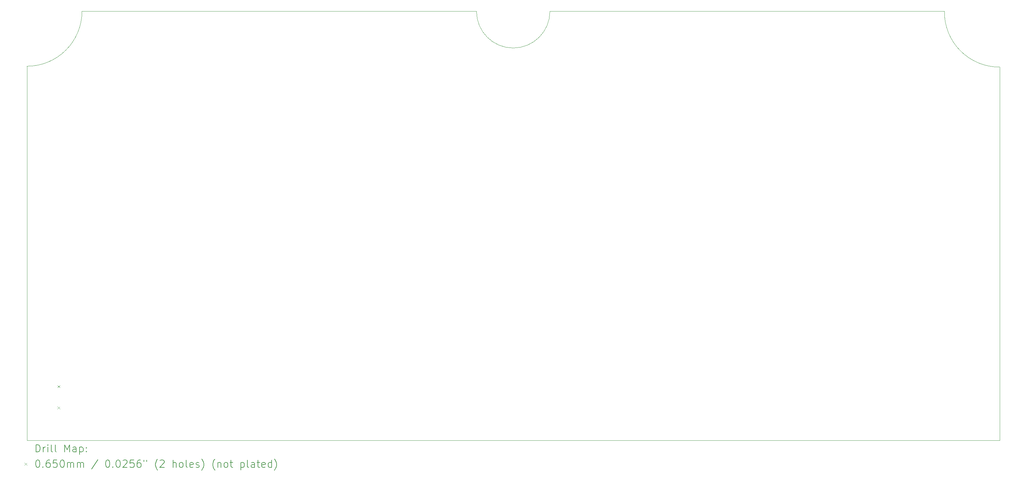
<source format=gbr>
%TF.GenerationSoftware,KiCad,Pcbnew,7.0.2*%
%TF.CreationDate,2024-04-07T22:34:42+02:00*%
%TF.ProjectId,stm_audio_board_V3,73746d5f-6175-4646-996f-5f626f617264,rev?*%
%TF.SameCoordinates,PXae813e0PY6f86320*%
%TF.FileFunction,Drillmap*%
%TF.FilePolarity,Positive*%
%FSLAX45Y45*%
G04 Gerber Fmt 4.5, Leading zero omitted, Abs format (unit mm)*
G04 Created by KiCad (PCBNEW 7.0.2) date 2024-04-07 22:34:42*
%MOMM*%
%LPD*%
G01*
G04 APERTURE LIST*
%ADD10C,0.010000*%
%ADD11C,0.200000*%
%ADD12C,0.065000*%
G04 APERTURE END LIST*
D10*
X-71160Y8604320D02*
X10675620Y8604320D01*
X10675759Y8604318D02*
G75*
G03*
X12180840Y7084060I1499801J-20328D01*
G01*
X-14320515Y-3095680D02*
X12180840Y-3095680D01*
X-2072160Y8604320D02*
X-12819160Y8604320D01*
X-14320515Y-3095680D02*
X-14320515Y7106871D01*
X-14320515Y7106871D02*
G75*
G03*
X-12819160Y8604320I1356J1500001D01*
G01*
X-2072160Y8604320D02*
G75*
G03*
X-71160Y8604320I1000500J0D01*
G01*
X12180840Y-3095680D02*
X12180840Y7084060D01*
D11*
D12*
X-13486460Y-1591840D02*
X-13421460Y-1656840D01*
X-13421460Y-1591840D02*
X-13486460Y-1656840D01*
X-13486460Y-2169840D02*
X-13421460Y-2234840D01*
X-13421460Y-2169840D02*
X-13486460Y-2234840D01*
D11*
X-14073396Y-3408704D02*
X-14073396Y-3208704D01*
X-14073396Y-3208704D02*
X-14025777Y-3208704D01*
X-14025777Y-3208704D02*
X-13997206Y-3218228D01*
X-13997206Y-3218228D02*
X-13978158Y-3237275D01*
X-13978158Y-3237275D02*
X-13968635Y-3256323D01*
X-13968635Y-3256323D02*
X-13959111Y-3294418D01*
X-13959111Y-3294418D02*
X-13959111Y-3322989D01*
X-13959111Y-3322989D02*
X-13968635Y-3361085D01*
X-13968635Y-3361085D02*
X-13978158Y-3380132D01*
X-13978158Y-3380132D02*
X-13997206Y-3399180D01*
X-13997206Y-3399180D02*
X-14025777Y-3408704D01*
X-14025777Y-3408704D02*
X-14073396Y-3408704D01*
X-13873396Y-3408704D02*
X-13873396Y-3275370D01*
X-13873396Y-3313466D02*
X-13863873Y-3294418D01*
X-13863873Y-3294418D02*
X-13854349Y-3284894D01*
X-13854349Y-3284894D02*
X-13835301Y-3275370D01*
X-13835301Y-3275370D02*
X-13816254Y-3275370D01*
X-13749587Y-3408704D02*
X-13749587Y-3275370D01*
X-13749587Y-3208704D02*
X-13759111Y-3218228D01*
X-13759111Y-3218228D02*
X-13749587Y-3227751D01*
X-13749587Y-3227751D02*
X-13740063Y-3218228D01*
X-13740063Y-3218228D02*
X-13749587Y-3208704D01*
X-13749587Y-3208704D02*
X-13749587Y-3227751D01*
X-13625777Y-3408704D02*
X-13644825Y-3399180D01*
X-13644825Y-3399180D02*
X-13654349Y-3380132D01*
X-13654349Y-3380132D02*
X-13654349Y-3208704D01*
X-13521016Y-3408704D02*
X-13540063Y-3399180D01*
X-13540063Y-3399180D02*
X-13549587Y-3380132D01*
X-13549587Y-3380132D02*
X-13549587Y-3208704D01*
X-13292444Y-3408704D02*
X-13292444Y-3208704D01*
X-13292444Y-3208704D02*
X-13225777Y-3351561D01*
X-13225777Y-3351561D02*
X-13159111Y-3208704D01*
X-13159111Y-3208704D02*
X-13159111Y-3408704D01*
X-12978158Y-3408704D02*
X-12978158Y-3303942D01*
X-12978158Y-3303942D02*
X-12987682Y-3284894D01*
X-12987682Y-3284894D02*
X-13006730Y-3275370D01*
X-13006730Y-3275370D02*
X-13044825Y-3275370D01*
X-13044825Y-3275370D02*
X-13063873Y-3284894D01*
X-12978158Y-3399180D02*
X-12997206Y-3408704D01*
X-12997206Y-3408704D02*
X-13044825Y-3408704D01*
X-13044825Y-3408704D02*
X-13063873Y-3399180D01*
X-13063873Y-3399180D02*
X-13073396Y-3380132D01*
X-13073396Y-3380132D02*
X-13073396Y-3361085D01*
X-13073396Y-3361085D02*
X-13063873Y-3342037D01*
X-13063873Y-3342037D02*
X-13044825Y-3332513D01*
X-13044825Y-3332513D02*
X-12997206Y-3332513D01*
X-12997206Y-3332513D02*
X-12978158Y-3322989D01*
X-12882920Y-3275370D02*
X-12882920Y-3475370D01*
X-12882920Y-3284894D02*
X-12863873Y-3275370D01*
X-12863873Y-3275370D02*
X-12825777Y-3275370D01*
X-12825777Y-3275370D02*
X-12806730Y-3284894D01*
X-12806730Y-3284894D02*
X-12797206Y-3294418D01*
X-12797206Y-3294418D02*
X-12787682Y-3313466D01*
X-12787682Y-3313466D02*
X-12787682Y-3370608D01*
X-12787682Y-3370608D02*
X-12797206Y-3389656D01*
X-12797206Y-3389656D02*
X-12806730Y-3399180D01*
X-12806730Y-3399180D02*
X-12825777Y-3408704D01*
X-12825777Y-3408704D02*
X-12863873Y-3408704D01*
X-12863873Y-3408704D02*
X-12882920Y-3399180D01*
X-12701968Y-3389656D02*
X-12692444Y-3399180D01*
X-12692444Y-3399180D02*
X-12701968Y-3408704D01*
X-12701968Y-3408704D02*
X-12711492Y-3399180D01*
X-12711492Y-3399180D02*
X-12701968Y-3389656D01*
X-12701968Y-3389656D02*
X-12701968Y-3408704D01*
X-12701968Y-3284894D02*
X-12692444Y-3294418D01*
X-12692444Y-3294418D02*
X-12701968Y-3303942D01*
X-12701968Y-3303942D02*
X-12711492Y-3294418D01*
X-12711492Y-3294418D02*
X-12701968Y-3284894D01*
X-12701968Y-3284894D02*
X-12701968Y-3303942D01*
D12*
X-14386015Y-3703680D02*
X-14321015Y-3768680D01*
X-14321015Y-3703680D02*
X-14386015Y-3768680D01*
D11*
X-14035301Y-3628704D02*
X-14016254Y-3628704D01*
X-14016254Y-3628704D02*
X-13997206Y-3638228D01*
X-13997206Y-3638228D02*
X-13987682Y-3647751D01*
X-13987682Y-3647751D02*
X-13978158Y-3666799D01*
X-13978158Y-3666799D02*
X-13968635Y-3704894D01*
X-13968635Y-3704894D02*
X-13968635Y-3752513D01*
X-13968635Y-3752513D02*
X-13978158Y-3790608D01*
X-13978158Y-3790608D02*
X-13987682Y-3809656D01*
X-13987682Y-3809656D02*
X-13997206Y-3819180D01*
X-13997206Y-3819180D02*
X-14016254Y-3828704D01*
X-14016254Y-3828704D02*
X-14035301Y-3828704D01*
X-14035301Y-3828704D02*
X-14054349Y-3819180D01*
X-14054349Y-3819180D02*
X-14063873Y-3809656D01*
X-14063873Y-3809656D02*
X-14073396Y-3790608D01*
X-14073396Y-3790608D02*
X-14082920Y-3752513D01*
X-14082920Y-3752513D02*
X-14082920Y-3704894D01*
X-14082920Y-3704894D02*
X-14073396Y-3666799D01*
X-14073396Y-3666799D02*
X-14063873Y-3647751D01*
X-14063873Y-3647751D02*
X-14054349Y-3638228D01*
X-14054349Y-3638228D02*
X-14035301Y-3628704D01*
X-13882920Y-3809656D02*
X-13873396Y-3819180D01*
X-13873396Y-3819180D02*
X-13882920Y-3828704D01*
X-13882920Y-3828704D02*
X-13892444Y-3819180D01*
X-13892444Y-3819180D02*
X-13882920Y-3809656D01*
X-13882920Y-3809656D02*
X-13882920Y-3828704D01*
X-13701968Y-3628704D02*
X-13740063Y-3628704D01*
X-13740063Y-3628704D02*
X-13759111Y-3638228D01*
X-13759111Y-3638228D02*
X-13768635Y-3647751D01*
X-13768635Y-3647751D02*
X-13787682Y-3676323D01*
X-13787682Y-3676323D02*
X-13797206Y-3714418D01*
X-13797206Y-3714418D02*
X-13797206Y-3790608D01*
X-13797206Y-3790608D02*
X-13787682Y-3809656D01*
X-13787682Y-3809656D02*
X-13778158Y-3819180D01*
X-13778158Y-3819180D02*
X-13759111Y-3828704D01*
X-13759111Y-3828704D02*
X-13721015Y-3828704D01*
X-13721015Y-3828704D02*
X-13701968Y-3819180D01*
X-13701968Y-3819180D02*
X-13692444Y-3809656D01*
X-13692444Y-3809656D02*
X-13682920Y-3790608D01*
X-13682920Y-3790608D02*
X-13682920Y-3742989D01*
X-13682920Y-3742989D02*
X-13692444Y-3723942D01*
X-13692444Y-3723942D02*
X-13701968Y-3714418D01*
X-13701968Y-3714418D02*
X-13721015Y-3704894D01*
X-13721015Y-3704894D02*
X-13759111Y-3704894D01*
X-13759111Y-3704894D02*
X-13778158Y-3714418D01*
X-13778158Y-3714418D02*
X-13787682Y-3723942D01*
X-13787682Y-3723942D02*
X-13797206Y-3742989D01*
X-13501968Y-3628704D02*
X-13597206Y-3628704D01*
X-13597206Y-3628704D02*
X-13606730Y-3723942D01*
X-13606730Y-3723942D02*
X-13597206Y-3714418D01*
X-13597206Y-3714418D02*
X-13578158Y-3704894D01*
X-13578158Y-3704894D02*
X-13530539Y-3704894D01*
X-13530539Y-3704894D02*
X-13511492Y-3714418D01*
X-13511492Y-3714418D02*
X-13501968Y-3723942D01*
X-13501968Y-3723942D02*
X-13492444Y-3742989D01*
X-13492444Y-3742989D02*
X-13492444Y-3790608D01*
X-13492444Y-3790608D02*
X-13501968Y-3809656D01*
X-13501968Y-3809656D02*
X-13511492Y-3819180D01*
X-13511492Y-3819180D02*
X-13530539Y-3828704D01*
X-13530539Y-3828704D02*
X-13578158Y-3828704D01*
X-13578158Y-3828704D02*
X-13597206Y-3819180D01*
X-13597206Y-3819180D02*
X-13606730Y-3809656D01*
X-13368635Y-3628704D02*
X-13349587Y-3628704D01*
X-13349587Y-3628704D02*
X-13330539Y-3638228D01*
X-13330539Y-3638228D02*
X-13321015Y-3647751D01*
X-13321015Y-3647751D02*
X-13311492Y-3666799D01*
X-13311492Y-3666799D02*
X-13301968Y-3704894D01*
X-13301968Y-3704894D02*
X-13301968Y-3752513D01*
X-13301968Y-3752513D02*
X-13311492Y-3790608D01*
X-13311492Y-3790608D02*
X-13321015Y-3809656D01*
X-13321015Y-3809656D02*
X-13330539Y-3819180D01*
X-13330539Y-3819180D02*
X-13349587Y-3828704D01*
X-13349587Y-3828704D02*
X-13368635Y-3828704D01*
X-13368635Y-3828704D02*
X-13387682Y-3819180D01*
X-13387682Y-3819180D02*
X-13397206Y-3809656D01*
X-13397206Y-3809656D02*
X-13406730Y-3790608D01*
X-13406730Y-3790608D02*
X-13416254Y-3752513D01*
X-13416254Y-3752513D02*
X-13416254Y-3704894D01*
X-13416254Y-3704894D02*
X-13406730Y-3666799D01*
X-13406730Y-3666799D02*
X-13397206Y-3647751D01*
X-13397206Y-3647751D02*
X-13387682Y-3638228D01*
X-13387682Y-3638228D02*
X-13368635Y-3628704D01*
X-13216254Y-3828704D02*
X-13216254Y-3695370D01*
X-13216254Y-3714418D02*
X-13206730Y-3704894D01*
X-13206730Y-3704894D02*
X-13187682Y-3695370D01*
X-13187682Y-3695370D02*
X-13159111Y-3695370D01*
X-13159111Y-3695370D02*
X-13140063Y-3704894D01*
X-13140063Y-3704894D02*
X-13130539Y-3723942D01*
X-13130539Y-3723942D02*
X-13130539Y-3828704D01*
X-13130539Y-3723942D02*
X-13121015Y-3704894D01*
X-13121015Y-3704894D02*
X-13101968Y-3695370D01*
X-13101968Y-3695370D02*
X-13073396Y-3695370D01*
X-13073396Y-3695370D02*
X-13054349Y-3704894D01*
X-13054349Y-3704894D02*
X-13044825Y-3723942D01*
X-13044825Y-3723942D02*
X-13044825Y-3828704D01*
X-12949587Y-3828704D02*
X-12949587Y-3695370D01*
X-12949587Y-3714418D02*
X-12940063Y-3704894D01*
X-12940063Y-3704894D02*
X-12921015Y-3695370D01*
X-12921015Y-3695370D02*
X-12892444Y-3695370D01*
X-12892444Y-3695370D02*
X-12873396Y-3704894D01*
X-12873396Y-3704894D02*
X-12863873Y-3723942D01*
X-12863873Y-3723942D02*
X-12863873Y-3828704D01*
X-12863873Y-3723942D02*
X-12854349Y-3704894D01*
X-12854349Y-3704894D02*
X-12835301Y-3695370D01*
X-12835301Y-3695370D02*
X-12806730Y-3695370D01*
X-12806730Y-3695370D02*
X-12787682Y-3704894D01*
X-12787682Y-3704894D02*
X-12778158Y-3723942D01*
X-12778158Y-3723942D02*
X-12778158Y-3828704D01*
X-12387682Y-3619180D02*
X-12559111Y-3876323D01*
X-12130539Y-3628704D02*
X-12111491Y-3628704D01*
X-12111491Y-3628704D02*
X-12092444Y-3638228D01*
X-12092444Y-3638228D02*
X-12082920Y-3647751D01*
X-12082920Y-3647751D02*
X-12073396Y-3666799D01*
X-12073396Y-3666799D02*
X-12063872Y-3704894D01*
X-12063872Y-3704894D02*
X-12063872Y-3752513D01*
X-12063872Y-3752513D02*
X-12073396Y-3790608D01*
X-12073396Y-3790608D02*
X-12082920Y-3809656D01*
X-12082920Y-3809656D02*
X-12092444Y-3819180D01*
X-12092444Y-3819180D02*
X-12111491Y-3828704D01*
X-12111491Y-3828704D02*
X-12130539Y-3828704D01*
X-12130539Y-3828704D02*
X-12149587Y-3819180D01*
X-12149587Y-3819180D02*
X-12159111Y-3809656D01*
X-12159111Y-3809656D02*
X-12168634Y-3790608D01*
X-12168634Y-3790608D02*
X-12178158Y-3752513D01*
X-12178158Y-3752513D02*
X-12178158Y-3704894D01*
X-12178158Y-3704894D02*
X-12168634Y-3666799D01*
X-12168634Y-3666799D02*
X-12159111Y-3647751D01*
X-12159111Y-3647751D02*
X-12149587Y-3638228D01*
X-12149587Y-3638228D02*
X-12130539Y-3628704D01*
X-11978158Y-3809656D02*
X-11968634Y-3819180D01*
X-11968634Y-3819180D02*
X-11978158Y-3828704D01*
X-11978158Y-3828704D02*
X-11987682Y-3819180D01*
X-11987682Y-3819180D02*
X-11978158Y-3809656D01*
X-11978158Y-3809656D02*
X-11978158Y-3828704D01*
X-11844825Y-3628704D02*
X-11825777Y-3628704D01*
X-11825777Y-3628704D02*
X-11806730Y-3638228D01*
X-11806730Y-3638228D02*
X-11797206Y-3647751D01*
X-11797206Y-3647751D02*
X-11787682Y-3666799D01*
X-11787682Y-3666799D02*
X-11778158Y-3704894D01*
X-11778158Y-3704894D02*
X-11778158Y-3752513D01*
X-11778158Y-3752513D02*
X-11787682Y-3790608D01*
X-11787682Y-3790608D02*
X-11797206Y-3809656D01*
X-11797206Y-3809656D02*
X-11806730Y-3819180D01*
X-11806730Y-3819180D02*
X-11825777Y-3828704D01*
X-11825777Y-3828704D02*
X-11844825Y-3828704D01*
X-11844825Y-3828704D02*
X-11863872Y-3819180D01*
X-11863872Y-3819180D02*
X-11873396Y-3809656D01*
X-11873396Y-3809656D02*
X-11882920Y-3790608D01*
X-11882920Y-3790608D02*
X-11892444Y-3752513D01*
X-11892444Y-3752513D02*
X-11892444Y-3704894D01*
X-11892444Y-3704894D02*
X-11882920Y-3666799D01*
X-11882920Y-3666799D02*
X-11873396Y-3647751D01*
X-11873396Y-3647751D02*
X-11863872Y-3638228D01*
X-11863872Y-3638228D02*
X-11844825Y-3628704D01*
X-11701968Y-3647751D02*
X-11692444Y-3638228D01*
X-11692444Y-3638228D02*
X-11673396Y-3628704D01*
X-11673396Y-3628704D02*
X-11625777Y-3628704D01*
X-11625777Y-3628704D02*
X-11606730Y-3638228D01*
X-11606730Y-3638228D02*
X-11597206Y-3647751D01*
X-11597206Y-3647751D02*
X-11587682Y-3666799D01*
X-11587682Y-3666799D02*
X-11587682Y-3685847D01*
X-11587682Y-3685847D02*
X-11597206Y-3714418D01*
X-11597206Y-3714418D02*
X-11711491Y-3828704D01*
X-11711491Y-3828704D02*
X-11587682Y-3828704D01*
X-11406730Y-3628704D02*
X-11501968Y-3628704D01*
X-11501968Y-3628704D02*
X-11511491Y-3723942D01*
X-11511491Y-3723942D02*
X-11501968Y-3714418D01*
X-11501968Y-3714418D02*
X-11482920Y-3704894D01*
X-11482920Y-3704894D02*
X-11435301Y-3704894D01*
X-11435301Y-3704894D02*
X-11416253Y-3714418D01*
X-11416253Y-3714418D02*
X-11406730Y-3723942D01*
X-11406730Y-3723942D02*
X-11397206Y-3742989D01*
X-11397206Y-3742989D02*
X-11397206Y-3790608D01*
X-11397206Y-3790608D02*
X-11406730Y-3809656D01*
X-11406730Y-3809656D02*
X-11416253Y-3819180D01*
X-11416253Y-3819180D02*
X-11435301Y-3828704D01*
X-11435301Y-3828704D02*
X-11482920Y-3828704D01*
X-11482920Y-3828704D02*
X-11501968Y-3819180D01*
X-11501968Y-3819180D02*
X-11511491Y-3809656D01*
X-11225777Y-3628704D02*
X-11263872Y-3628704D01*
X-11263872Y-3628704D02*
X-11282920Y-3638228D01*
X-11282920Y-3638228D02*
X-11292444Y-3647751D01*
X-11292444Y-3647751D02*
X-11311491Y-3676323D01*
X-11311491Y-3676323D02*
X-11321015Y-3714418D01*
X-11321015Y-3714418D02*
X-11321015Y-3790608D01*
X-11321015Y-3790608D02*
X-11311491Y-3809656D01*
X-11311491Y-3809656D02*
X-11301968Y-3819180D01*
X-11301968Y-3819180D02*
X-11282920Y-3828704D01*
X-11282920Y-3828704D02*
X-11244825Y-3828704D01*
X-11244825Y-3828704D02*
X-11225777Y-3819180D01*
X-11225777Y-3819180D02*
X-11216253Y-3809656D01*
X-11216253Y-3809656D02*
X-11206730Y-3790608D01*
X-11206730Y-3790608D02*
X-11206730Y-3742989D01*
X-11206730Y-3742989D02*
X-11216253Y-3723942D01*
X-11216253Y-3723942D02*
X-11225777Y-3714418D01*
X-11225777Y-3714418D02*
X-11244825Y-3704894D01*
X-11244825Y-3704894D02*
X-11282920Y-3704894D01*
X-11282920Y-3704894D02*
X-11301968Y-3714418D01*
X-11301968Y-3714418D02*
X-11311491Y-3723942D01*
X-11311491Y-3723942D02*
X-11321015Y-3742989D01*
X-11130539Y-3628704D02*
X-11130539Y-3666799D01*
X-11054349Y-3628704D02*
X-11054349Y-3666799D01*
X-10759110Y-3904894D02*
X-10768634Y-3895370D01*
X-10768634Y-3895370D02*
X-10787682Y-3866799D01*
X-10787682Y-3866799D02*
X-10797206Y-3847751D01*
X-10797206Y-3847751D02*
X-10806730Y-3819180D01*
X-10806730Y-3819180D02*
X-10816253Y-3771561D01*
X-10816253Y-3771561D02*
X-10816253Y-3733466D01*
X-10816253Y-3733466D02*
X-10806730Y-3685847D01*
X-10806730Y-3685847D02*
X-10797206Y-3657275D01*
X-10797206Y-3657275D02*
X-10787682Y-3638228D01*
X-10787682Y-3638228D02*
X-10768634Y-3609656D01*
X-10768634Y-3609656D02*
X-10759110Y-3600132D01*
X-10692444Y-3647751D02*
X-10682920Y-3638228D01*
X-10682920Y-3638228D02*
X-10663872Y-3628704D01*
X-10663872Y-3628704D02*
X-10616253Y-3628704D01*
X-10616253Y-3628704D02*
X-10597206Y-3638228D01*
X-10597206Y-3638228D02*
X-10587682Y-3647751D01*
X-10587682Y-3647751D02*
X-10578158Y-3666799D01*
X-10578158Y-3666799D02*
X-10578158Y-3685847D01*
X-10578158Y-3685847D02*
X-10587682Y-3714418D01*
X-10587682Y-3714418D02*
X-10701968Y-3828704D01*
X-10701968Y-3828704D02*
X-10578158Y-3828704D01*
X-10340063Y-3828704D02*
X-10340063Y-3628704D01*
X-10254349Y-3828704D02*
X-10254349Y-3723942D01*
X-10254349Y-3723942D02*
X-10263872Y-3704894D01*
X-10263872Y-3704894D02*
X-10282920Y-3695370D01*
X-10282920Y-3695370D02*
X-10311491Y-3695370D01*
X-10311491Y-3695370D02*
X-10330539Y-3704894D01*
X-10330539Y-3704894D02*
X-10340063Y-3714418D01*
X-10130539Y-3828704D02*
X-10149587Y-3819180D01*
X-10149587Y-3819180D02*
X-10159110Y-3809656D01*
X-10159110Y-3809656D02*
X-10168634Y-3790608D01*
X-10168634Y-3790608D02*
X-10168634Y-3733466D01*
X-10168634Y-3733466D02*
X-10159110Y-3714418D01*
X-10159110Y-3714418D02*
X-10149587Y-3704894D01*
X-10149587Y-3704894D02*
X-10130539Y-3695370D01*
X-10130539Y-3695370D02*
X-10101968Y-3695370D01*
X-10101968Y-3695370D02*
X-10082920Y-3704894D01*
X-10082920Y-3704894D02*
X-10073396Y-3714418D01*
X-10073396Y-3714418D02*
X-10063872Y-3733466D01*
X-10063872Y-3733466D02*
X-10063872Y-3790608D01*
X-10063872Y-3790608D02*
X-10073396Y-3809656D01*
X-10073396Y-3809656D02*
X-10082920Y-3819180D01*
X-10082920Y-3819180D02*
X-10101968Y-3828704D01*
X-10101968Y-3828704D02*
X-10130539Y-3828704D01*
X-9949587Y-3828704D02*
X-9968634Y-3819180D01*
X-9968634Y-3819180D02*
X-9978158Y-3800132D01*
X-9978158Y-3800132D02*
X-9978158Y-3628704D01*
X-9797206Y-3819180D02*
X-9816253Y-3828704D01*
X-9816253Y-3828704D02*
X-9854349Y-3828704D01*
X-9854349Y-3828704D02*
X-9873396Y-3819180D01*
X-9873396Y-3819180D02*
X-9882920Y-3800132D01*
X-9882920Y-3800132D02*
X-9882920Y-3723942D01*
X-9882920Y-3723942D02*
X-9873396Y-3704894D01*
X-9873396Y-3704894D02*
X-9854349Y-3695370D01*
X-9854349Y-3695370D02*
X-9816253Y-3695370D01*
X-9816253Y-3695370D02*
X-9797206Y-3704894D01*
X-9797206Y-3704894D02*
X-9787682Y-3723942D01*
X-9787682Y-3723942D02*
X-9787682Y-3742989D01*
X-9787682Y-3742989D02*
X-9882920Y-3762037D01*
X-9711491Y-3819180D02*
X-9692444Y-3828704D01*
X-9692444Y-3828704D02*
X-9654349Y-3828704D01*
X-9654349Y-3828704D02*
X-9635301Y-3819180D01*
X-9635301Y-3819180D02*
X-9625777Y-3800132D01*
X-9625777Y-3800132D02*
X-9625777Y-3790608D01*
X-9625777Y-3790608D02*
X-9635301Y-3771561D01*
X-9635301Y-3771561D02*
X-9654349Y-3762037D01*
X-9654349Y-3762037D02*
X-9682920Y-3762037D01*
X-9682920Y-3762037D02*
X-9701968Y-3752513D01*
X-9701968Y-3752513D02*
X-9711491Y-3733466D01*
X-9711491Y-3733466D02*
X-9711491Y-3723942D01*
X-9711491Y-3723942D02*
X-9701968Y-3704894D01*
X-9701968Y-3704894D02*
X-9682920Y-3695370D01*
X-9682920Y-3695370D02*
X-9654349Y-3695370D01*
X-9654349Y-3695370D02*
X-9635301Y-3704894D01*
X-9559110Y-3904894D02*
X-9549587Y-3895370D01*
X-9549587Y-3895370D02*
X-9530539Y-3866799D01*
X-9530539Y-3866799D02*
X-9521015Y-3847751D01*
X-9521015Y-3847751D02*
X-9511491Y-3819180D01*
X-9511491Y-3819180D02*
X-9501968Y-3771561D01*
X-9501968Y-3771561D02*
X-9501968Y-3733466D01*
X-9501968Y-3733466D02*
X-9511491Y-3685847D01*
X-9511491Y-3685847D02*
X-9521015Y-3657275D01*
X-9521015Y-3657275D02*
X-9530539Y-3638228D01*
X-9530539Y-3638228D02*
X-9549587Y-3609656D01*
X-9549587Y-3609656D02*
X-9559110Y-3600132D01*
X-9197206Y-3904894D02*
X-9206729Y-3895370D01*
X-9206729Y-3895370D02*
X-9225777Y-3866799D01*
X-9225777Y-3866799D02*
X-9235301Y-3847751D01*
X-9235301Y-3847751D02*
X-9244825Y-3819180D01*
X-9244825Y-3819180D02*
X-9254348Y-3771561D01*
X-9254348Y-3771561D02*
X-9254348Y-3733466D01*
X-9254348Y-3733466D02*
X-9244825Y-3685847D01*
X-9244825Y-3685847D02*
X-9235301Y-3657275D01*
X-9235301Y-3657275D02*
X-9225777Y-3638228D01*
X-9225777Y-3638228D02*
X-9206729Y-3609656D01*
X-9206729Y-3609656D02*
X-9197206Y-3600132D01*
X-9121015Y-3695370D02*
X-9121015Y-3828704D01*
X-9121015Y-3714418D02*
X-9111491Y-3704894D01*
X-9111491Y-3704894D02*
X-9092444Y-3695370D01*
X-9092444Y-3695370D02*
X-9063872Y-3695370D01*
X-9063872Y-3695370D02*
X-9044825Y-3704894D01*
X-9044825Y-3704894D02*
X-9035301Y-3723942D01*
X-9035301Y-3723942D02*
X-9035301Y-3828704D01*
X-8911491Y-3828704D02*
X-8930539Y-3819180D01*
X-8930539Y-3819180D02*
X-8940063Y-3809656D01*
X-8940063Y-3809656D02*
X-8949587Y-3790608D01*
X-8949587Y-3790608D02*
X-8949587Y-3733466D01*
X-8949587Y-3733466D02*
X-8940063Y-3714418D01*
X-8940063Y-3714418D02*
X-8930539Y-3704894D01*
X-8930539Y-3704894D02*
X-8911491Y-3695370D01*
X-8911491Y-3695370D02*
X-8882920Y-3695370D01*
X-8882920Y-3695370D02*
X-8863872Y-3704894D01*
X-8863872Y-3704894D02*
X-8854348Y-3714418D01*
X-8854348Y-3714418D02*
X-8844825Y-3733466D01*
X-8844825Y-3733466D02*
X-8844825Y-3790608D01*
X-8844825Y-3790608D02*
X-8854348Y-3809656D01*
X-8854348Y-3809656D02*
X-8863872Y-3819180D01*
X-8863872Y-3819180D02*
X-8882920Y-3828704D01*
X-8882920Y-3828704D02*
X-8911491Y-3828704D01*
X-8787682Y-3695370D02*
X-8711491Y-3695370D01*
X-8759110Y-3628704D02*
X-8759110Y-3800132D01*
X-8759110Y-3800132D02*
X-8749587Y-3819180D01*
X-8749587Y-3819180D02*
X-8730539Y-3828704D01*
X-8730539Y-3828704D02*
X-8711491Y-3828704D01*
X-8492444Y-3695370D02*
X-8492444Y-3895370D01*
X-8492444Y-3704894D02*
X-8473396Y-3695370D01*
X-8473396Y-3695370D02*
X-8435301Y-3695370D01*
X-8435301Y-3695370D02*
X-8416253Y-3704894D01*
X-8416253Y-3704894D02*
X-8406729Y-3714418D01*
X-8406729Y-3714418D02*
X-8397206Y-3733466D01*
X-8397206Y-3733466D02*
X-8397206Y-3790608D01*
X-8397206Y-3790608D02*
X-8406729Y-3809656D01*
X-8406729Y-3809656D02*
X-8416253Y-3819180D01*
X-8416253Y-3819180D02*
X-8435301Y-3828704D01*
X-8435301Y-3828704D02*
X-8473396Y-3828704D01*
X-8473396Y-3828704D02*
X-8492444Y-3819180D01*
X-8282920Y-3828704D02*
X-8301967Y-3819180D01*
X-8301967Y-3819180D02*
X-8311491Y-3800132D01*
X-8311491Y-3800132D02*
X-8311491Y-3628704D01*
X-8121015Y-3828704D02*
X-8121015Y-3723942D01*
X-8121015Y-3723942D02*
X-8130539Y-3704894D01*
X-8130539Y-3704894D02*
X-8149586Y-3695370D01*
X-8149586Y-3695370D02*
X-8187682Y-3695370D01*
X-8187682Y-3695370D02*
X-8206729Y-3704894D01*
X-8121015Y-3819180D02*
X-8140063Y-3828704D01*
X-8140063Y-3828704D02*
X-8187682Y-3828704D01*
X-8187682Y-3828704D02*
X-8206729Y-3819180D01*
X-8206729Y-3819180D02*
X-8216253Y-3800132D01*
X-8216253Y-3800132D02*
X-8216253Y-3781085D01*
X-8216253Y-3781085D02*
X-8206729Y-3762037D01*
X-8206729Y-3762037D02*
X-8187682Y-3752513D01*
X-8187682Y-3752513D02*
X-8140063Y-3752513D01*
X-8140063Y-3752513D02*
X-8121015Y-3742989D01*
X-8054348Y-3695370D02*
X-7978158Y-3695370D01*
X-8025777Y-3628704D02*
X-8025777Y-3800132D01*
X-8025777Y-3800132D02*
X-8016253Y-3819180D01*
X-8016253Y-3819180D02*
X-7997205Y-3828704D01*
X-7997205Y-3828704D02*
X-7978158Y-3828704D01*
X-7835301Y-3819180D02*
X-7854348Y-3828704D01*
X-7854348Y-3828704D02*
X-7892444Y-3828704D01*
X-7892444Y-3828704D02*
X-7911491Y-3819180D01*
X-7911491Y-3819180D02*
X-7921015Y-3800132D01*
X-7921015Y-3800132D02*
X-7921015Y-3723942D01*
X-7921015Y-3723942D02*
X-7911491Y-3704894D01*
X-7911491Y-3704894D02*
X-7892444Y-3695370D01*
X-7892444Y-3695370D02*
X-7854348Y-3695370D01*
X-7854348Y-3695370D02*
X-7835301Y-3704894D01*
X-7835301Y-3704894D02*
X-7825777Y-3723942D01*
X-7825777Y-3723942D02*
X-7825777Y-3742989D01*
X-7825777Y-3742989D02*
X-7921015Y-3762037D01*
X-7654348Y-3828704D02*
X-7654348Y-3628704D01*
X-7654348Y-3819180D02*
X-7673396Y-3828704D01*
X-7673396Y-3828704D02*
X-7711491Y-3828704D01*
X-7711491Y-3828704D02*
X-7730539Y-3819180D01*
X-7730539Y-3819180D02*
X-7740063Y-3809656D01*
X-7740063Y-3809656D02*
X-7749586Y-3790608D01*
X-7749586Y-3790608D02*
X-7749586Y-3733466D01*
X-7749586Y-3733466D02*
X-7740063Y-3714418D01*
X-7740063Y-3714418D02*
X-7730539Y-3704894D01*
X-7730539Y-3704894D02*
X-7711491Y-3695370D01*
X-7711491Y-3695370D02*
X-7673396Y-3695370D01*
X-7673396Y-3695370D02*
X-7654348Y-3704894D01*
X-7578158Y-3904894D02*
X-7568634Y-3895370D01*
X-7568634Y-3895370D02*
X-7549586Y-3866799D01*
X-7549586Y-3866799D02*
X-7540063Y-3847751D01*
X-7540063Y-3847751D02*
X-7530539Y-3819180D01*
X-7530539Y-3819180D02*
X-7521015Y-3771561D01*
X-7521015Y-3771561D02*
X-7521015Y-3733466D01*
X-7521015Y-3733466D02*
X-7530539Y-3685847D01*
X-7530539Y-3685847D02*
X-7540063Y-3657275D01*
X-7540063Y-3657275D02*
X-7549586Y-3638228D01*
X-7549586Y-3638228D02*
X-7568634Y-3609656D01*
X-7568634Y-3609656D02*
X-7578158Y-3600132D01*
M02*

</source>
